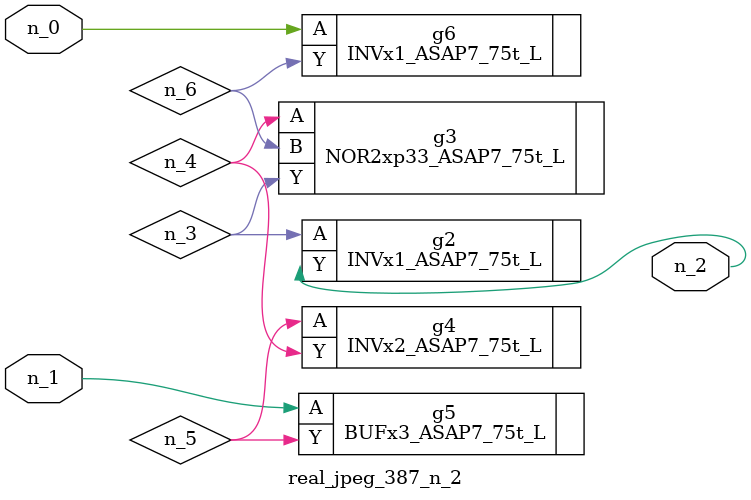
<source format=v>
module real_jpeg_387_n_2 (n_1, n_0, n_2);

input n_1;
input n_0;

output n_2;

wire n_5;
wire n_4;
wire n_6;
wire n_3;

INVx1_ASAP7_75t_L g6 ( 
.A(n_0),
.Y(n_6)
);

BUFx3_ASAP7_75t_L g5 ( 
.A(n_1),
.Y(n_5)
);

INVx1_ASAP7_75t_L g2 ( 
.A(n_3),
.Y(n_2)
);

NOR2xp33_ASAP7_75t_L g3 ( 
.A(n_4),
.B(n_6),
.Y(n_3)
);

INVx2_ASAP7_75t_L g4 ( 
.A(n_5),
.Y(n_4)
);


endmodule
</source>
